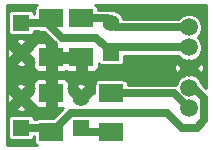
<source format=gtl>
G04 (created by PCBNEW (2013-may-18)-stable) date Sun 08 Sep 2013 10:28:34 AM CDT*
%MOIN*%
G04 Gerber Fmt 3.4, Leading zero omitted, Abs format*
%FSLAX34Y34*%
G01*
G70*
G90*
G04 APERTURE LIST*
%ADD10C,0.00590551*%
%ADD11R,0.055X0.055*%
%ADD12C,0.055*%
%ADD13C,0.0590551*%
%ADD14R,0.08X0.06*%
%ADD15C,0.025*%
%ADD16C,0.01*%
G04 APERTURE END LIST*
G54D10*
G54D11*
X8900Y-11250D03*
G54D12*
X8900Y-10250D03*
G54D11*
X8900Y-7750D03*
G54D12*
X8900Y-8750D03*
G54D13*
X14500Y-10590D03*
X14500Y-9920D03*
X14500Y-9250D03*
X14500Y-8580D03*
X14500Y-7910D03*
G54D14*
X9900Y-7600D03*
X9900Y-8900D03*
X9900Y-11400D03*
X9900Y-10100D03*
X11900Y-10100D03*
X11900Y-11400D03*
X10900Y-8900D03*
X10900Y-7600D03*
G54D11*
X11900Y-8750D03*
G54D12*
X11900Y-7750D03*
G54D11*
X10900Y-11250D03*
G54D12*
X10900Y-10250D03*
G54D15*
X14500Y-7910D02*
X12060Y-7910D01*
X11750Y-7600D02*
X10900Y-7600D01*
X12060Y-7910D02*
X11750Y-7600D01*
X11900Y-10100D02*
X14010Y-10100D01*
X14010Y-10100D02*
X14500Y-10590D01*
X11900Y-11400D02*
X11050Y-11400D01*
X11050Y-11400D02*
X10900Y-11250D01*
X8900Y-7750D02*
X9750Y-7750D01*
X11730Y-8580D02*
X14500Y-8580D01*
X11400Y-8250D02*
X11730Y-8580D01*
X10250Y-8250D02*
X11400Y-8250D01*
X9750Y-7750D02*
X10250Y-8250D01*
X14500Y-9920D02*
X14670Y-9920D01*
X10050Y-11250D02*
X8900Y-11250D01*
X10550Y-10750D02*
X10050Y-11250D01*
X13750Y-10750D02*
X10550Y-10750D01*
X14250Y-11250D02*
X13750Y-10750D01*
X14750Y-11250D02*
X14250Y-11250D01*
X15000Y-11000D02*
X14750Y-11250D01*
X15000Y-10250D02*
X15000Y-11000D01*
X14670Y-9920D02*
X15000Y-10250D01*
G54D10*
G36*
X15080Y-9941D02*
X15004Y-9865D01*
X15004Y-9219D01*
X14977Y-9085D01*
X14908Y-9050D01*
X14708Y-9250D01*
X14908Y-9449D01*
X14977Y-9414D01*
X15004Y-9219D01*
X15004Y-9865D01*
X14927Y-9788D01*
X14877Y-9668D01*
X14752Y-9542D01*
X14588Y-9474D01*
X14515Y-9474D01*
X14500Y-9458D01*
X14484Y-9474D01*
X14411Y-9474D01*
X14291Y-9524D01*
X14291Y-9250D01*
X14091Y-9050D01*
X14022Y-9085D01*
X13995Y-9280D01*
X14022Y-9414D01*
X14091Y-9449D01*
X14291Y-9250D01*
X14291Y-9524D01*
X14248Y-9542D01*
X14122Y-9667D01*
X14054Y-9831D01*
X14054Y-9833D01*
X14010Y-9825D01*
X12450Y-9825D01*
X12450Y-9770D01*
X12427Y-9715D01*
X12385Y-9672D01*
X12329Y-9650D01*
X12270Y-9649D01*
X11470Y-9649D01*
X11415Y-9672D01*
X11372Y-9714D01*
X11350Y-9770D01*
X11349Y-9829D01*
X11349Y-10085D01*
X11288Y-10055D01*
X11094Y-10250D01*
X11108Y-10264D01*
X11094Y-10279D01*
X11094Y-9861D01*
X11061Y-9793D01*
X10874Y-9766D01*
X10750Y-9791D01*
X10750Y-9350D01*
X10750Y-9050D01*
X10450Y-9050D01*
X10350Y-9050D01*
X10050Y-9050D01*
X10050Y-9350D01*
X10100Y-9400D01*
X10260Y-9400D01*
X10339Y-9399D01*
X10400Y-9375D01*
X10460Y-9399D01*
X10539Y-9400D01*
X10700Y-9400D01*
X10750Y-9350D01*
X10750Y-9791D01*
X10738Y-9793D01*
X10705Y-9861D01*
X10900Y-10055D01*
X11094Y-9861D01*
X11094Y-10279D01*
X10914Y-10458D01*
X10900Y-10444D01*
X10885Y-10458D01*
X10691Y-10264D01*
X10705Y-10250D01*
X10511Y-10055D01*
X10500Y-10061D01*
X10500Y-10061D01*
X10500Y-9949D01*
X10450Y-9949D01*
X10500Y-9900D01*
X10500Y-9760D01*
X10469Y-9686D01*
X10413Y-9630D01*
X10339Y-9600D01*
X10260Y-9599D01*
X10100Y-9600D01*
X10050Y-9650D01*
X10050Y-9950D01*
X10057Y-9950D01*
X10057Y-10250D01*
X10050Y-10250D01*
X10050Y-10550D01*
X10100Y-10600D01*
X10260Y-10600D01*
X10311Y-10599D01*
X9961Y-10949D01*
X9750Y-10949D01*
X9750Y-10550D01*
X9750Y-10250D01*
X9742Y-10250D01*
X9742Y-9950D01*
X9750Y-9950D01*
X9750Y-9650D01*
X9750Y-9350D01*
X9750Y-9050D01*
X9742Y-9050D01*
X9742Y-8750D01*
X9750Y-8750D01*
X9750Y-8450D01*
X9700Y-8400D01*
X9539Y-8399D01*
X9460Y-8400D01*
X9386Y-8430D01*
X9330Y-8486D01*
X9299Y-8560D01*
X9299Y-8561D01*
X9288Y-8555D01*
X9094Y-8750D01*
X9288Y-8944D01*
X9300Y-8938D01*
X9300Y-9050D01*
X9349Y-9050D01*
X9300Y-9100D01*
X9299Y-9239D01*
X9330Y-9313D01*
X9386Y-9369D01*
X9460Y-9399D01*
X9539Y-9400D01*
X9700Y-9400D01*
X9750Y-9350D01*
X9750Y-9650D01*
X9700Y-9600D01*
X9539Y-9599D01*
X9460Y-9600D01*
X9386Y-9630D01*
X9330Y-9686D01*
X9299Y-9760D01*
X9300Y-9900D01*
X9349Y-9949D01*
X9300Y-9949D01*
X9300Y-10061D01*
X9288Y-10055D01*
X9094Y-10250D01*
X9288Y-10444D01*
X9299Y-10438D01*
X9299Y-10439D01*
X9330Y-10513D01*
X9386Y-10569D01*
X9460Y-10599D01*
X9539Y-10600D01*
X9700Y-10600D01*
X9750Y-10550D01*
X9750Y-10949D01*
X9470Y-10949D01*
X9415Y-10972D01*
X9412Y-10975D01*
X9325Y-10975D01*
X9325Y-10945D01*
X9302Y-10890D01*
X9260Y-10847D01*
X9204Y-10825D01*
X9145Y-10824D01*
X9094Y-10824D01*
X9094Y-10638D01*
X9094Y-9861D01*
X9094Y-9138D01*
X9094Y-8361D01*
X9061Y-8293D01*
X8874Y-8266D01*
X8738Y-8293D01*
X8705Y-8361D01*
X8900Y-8555D01*
X9094Y-8361D01*
X9094Y-9138D01*
X8900Y-8944D01*
X8705Y-9138D01*
X8738Y-9206D01*
X8925Y-9233D01*
X9061Y-9206D01*
X9094Y-9138D01*
X9094Y-9861D01*
X9061Y-9793D01*
X8874Y-9766D01*
X8738Y-9793D01*
X8705Y-9861D01*
X8900Y-10055D01*
X9094Y-9861D01*
X9094Y-10638D01*
X8900Y-10444D01*
X8705Y-10638D01*
X8738Y-10706D01*
X8925Y-10733D01*
X9061Y-10706D01*
X9094Y-10638D01*
X9094Y-10824D01*
X8595Y-10824D01*
X8540Y-10847D01*
X8497Y-10889D01*
X8475Y-10945D01*
X8474Y-11004D01*
X8474Y-11554D01*
X8497Y-11609D01*
X8539Y-11652D01*
X8595Y-11674D01*
X8654Y-11675D01*
X9204Y-11675D01*
X9259Y-11652D01*
X9302Y-11610D01*
X9324Y-11554D01*
X9325Y-11525D01*
X9349Y-11525D01*
X9349Y-11729D01*
X9372Y-11784D01*
X9414Y-11827D01*
X9422Y-11830D01*
X8419Y-11830D01*
X8419Y-10292D01*
X8443Y-10411D01*
X8511Y-10444D01*
X8705Y-10250D01*
X8511Y-10055D01*
X8443Y-10088D01*
X8419Y-10252D01*
X8419Y-8792D01*
X8443Y-8911D01*
X8511Y-8944D01*
X8705Y-8750D01*
X8511Y-8555D01*
X8443Y-8588D01*
X8419Y-8752D01*
X8419Y-7169D01*
X9422Y-7169D01*
X9415Y-7172D01*
X9372Y-7214D01*
X9350Y-7270D01*
X9349Y-7329D01*
X9349Y-7475D01*
X9325Y-7475D01*
X9325Y-7445D01*
X9302Y-7390D01*
X9260Y-7347D01*
X9204Y-7325D01*
X9145Y-7324D01*
X8595Y-7324D01*
X8540Y-7347D01*
X8497Y-7389D01*
X8475Y-7445D01*
X8474Y-7504D01*
X8474Y-8054D01*
X8497Y-8109D01*
X8539Y-8152D01*
X8595Y-8174D01*
X8654Y-8175D01*
X9204Y-8175D01*
X9259Y-8152D01*
X9302Y-8110D01*
X9324Y-8054D01*
X9325Y-8025D01*
X9412Y-8025D01*
X9414Y-8027D01*
X9470Y-8049D01*
X9529Y-8050D01*
X9661Y-8050D01*
X10055Y-8444D01*
X10050Y-8450D01*
X10050Y-8750D01*
X10350Y-8750D01*
X10450Y-8750D01*
X10750Y-8750D01*
X10750Y-8742D01*
X11050Y-8742D01*
X11050Y-8750D01*
X11057Y-8750D01*
X11057Y-9050D01*
X11050Y-9050D01*
X11050Y-9350D01*
X11100Y-9400D01*
X11260Y-9400D01*
X11339Y-9399D01*
X11413Y-9369D01*
X11469Y-9313D01*
X11500Y-9239D01*
X11500Y-9112D01*
X11539Y-9152D01*
X11595Y-9174D01*
X11654Y-9175D01*
X12204Y-9175D01*
X12259Y-9152D01*
X12302Y-9110D01*
X12324Y-9054D01*
X12325Y-8995D01*
X12325Y-8855D01*
X14145Y-8855D01*
X14247Y-8957D01*
X14411Y-9025D01*
X14484Y-9025D01*
X14500Y-9041D01*
X14515Y-9025D01*
X14588Y-9025D01*
X14751Y-8957D01*
X14877Y-8832D01*
X14945Y-8668D01*
X14945Y-8491D01*
X14877Y-8328D01*
X14794Y-8244D01*
X14877Y-8162D01*
X14945Y-7998D01*
X14945Y-7821D01*
X14877Y-7658D01*
X14752Y-7532D01*
X14588Y-7464D01*
X14411Y-7464D01*
X14248Y-7532D01*
X14145Y-7635D01*
X12312Y-7635D01*
X12260Y-7509D01*
X12141Y-7389D01*
X11984Y-7325D01*
X11815Y-7324D01*
X11794Y-7333D01*
X11750Y-7325D01*
X11450Y-7325D01*
X11450Y-7270D01*
X11427Y-7215D01*
X11385Y-7172D01*
X11377Y-7169D01*
X15080Y-7169D01*
X15080Y-9941D01*
X15080Y-9941D01*
G37*
G54D16*
X15080Y-9941D02*
X15004Y-9865D01*
X15004Y-9219D01*
X14977Y-9085D01*
X14908Y-9050D01*
X14708Y-9250D01*
X14908Y-9449D01*
X14977Y-9414D01*
X15004Y-9219D01*
X15004Y-9865D01*
X14927Y-9788D01*
X14877Y-9668D01*
X14752Y-9542D01*
X14588Y-9474D01*
X14515Y-9474D01*
X14500Y-9458D01*
X14484Y-9474D01*
X14411Y-9474D01*
X14291Y-9524D01*
X14291Y-9250D01*
X14091Y-9050D01*
X14022Y-9085D01*
X13995Y-9280D01*
X14022Y-9414D01*
X14091Y-9449D01*
X14291Y-9250D01*
X14291Y-9524D01*
X14248Y-9542D01*
X14122Y-9667D01*
X14054Y-9831D01*
X14054Y-9833D01*
X14010Y-9825D01*
X12450Y-9825D01*
X12450Y-9770D01*
X12427Y-9715D01*
X12385Y-9672D01*
X12329Y-9650D01*
X12270Y-9649D01*
X11470Y-9649D01*
X11415Y-9672D01*
X11372Y-9714D01*
X11350Y-9770D01*
X11349Y-9829D01*
X11349Y-10085D01*
X11288Y-10055D01*
X11094Y-10250D01*
X11108Y-10264D01*
X11094Y-10279D01*
X11094Y-9861D01*
X11061Y-9793D01*
X10874Y-9766D01*
X10750Y-9791D01*
X10750Y-9350D01*
X10750Y-9050D01*
X10450Y-9050D01*
X10350Y-9050D01*
X10050Y-9050D01*
X10050Y-9350D01*
X10100Y-9400D01*
X10260Y-9400D01*
X10339Y-9399D01*
X10400Y-9375D01*
X10460Y-9399D01*
X10539Y-9400D01*
X10700Y-9400D01*
X10750Y-9350D01*
X10750Y-9791D01*
X10738Y-9793D01*
X10705Y-9861D01*
X10900Y-10055D01*
X11094Y-9861D01*
X11094Y-10279D01*
X10914Y-10458D01*
X10900Y-10444D01*
X10885Y-10458D01*
X10691Y-10264D01*
X10705Y-10250D01*
X10511Y-10055D01*
X10500Y-10061D01*
X10500Y-10061D01*
X10500Y-9949D01*
X10450Y-9949D01*
X10500Y-9900D01*
X10500Y-9760D01*
X10469Y-9686D01*
X10413Y-9630D01*
X10339Y-9600D01*
X10260Y-9599D01*
X10100Y-9600D01*
X10050Y-9650D01*
X10050Y-9950D01*
X10057Y-9950D01*
X10057Y-10250D01*
X10050Y-10250D01*
X10050Y-10550D01*
X10100Y-10600D01*
X10260Y-10600D01*
X10311Y-10599D01*
X9961Y-10949D01*
X9750Y-10949D01*
X9750Y-10550D01*
X9750Y-10250D01*
X9742Y-10250D01*
X9742Y-9950D01*
X9750Y-9950D01*
X9750Y-9650D01*
X9750Y-9350D01*
X9750Y-9050D01*
X9742Y-9050D01*
X9742Y-8750D01*
X9750Y-8750D01*
X9750Y-8450D01*
X9700Y-8400D01*
X9539Y-8399D01*
X9460Y-8400D01*
X9386Y-8430D01*
X9330Y-8486D01*
X9299Y-8560D01*
X9299Y-8561D01*
X9288Y-8555D01*
X9094Y-8750D01*
X9288Y-8944D01*
X9300Y-8938D01*
X9300Y-9050D01*
X9349Y-9050D01*
X9300Y-9100D01*
X9299Y-9239D01*
X9330Y-9313D01*
X9386Y-9369D01*
X9460Y-9399D01*
X9539Y-9400D01*
X9700Y-9400D01*
X9750Y-9350D01*
X9750Y-9650D01*
X9700Y-9600D01*
X9539Y-9599D01*
X9460Y-9600D01*
X9386Y-9630D01*
X9330Y-9686D01*
X9299Y-9760D01*
X9300Y-9900D01*
X9349Y-9949D01*
X9300Y-9949D01*
X9300Y-10061D01*
X9288Y-10055D01*
X9094Y-10250D01*
X9288Y-10444D01*
X9299Y-10438D01*
X9299Y-10439D01*
X9330Y-10513D01*
X9386Y-10569D01*
X9460Y-10599D01*
X9539Y-10600D01*
X9700Y-10600D01*
X9750Y-10550D01*
X9750Y-10949D01*
X9470Y-10949D01*
X9415Y-10972D01*
X9412Y-10975D01*
X9325Y-10975D01*
X9325Y-10945D01*
X9302Y-10890D01*
X9260Y-10847D01*
X9204Y-10825D01*
X9145Y-10824D01*
X9094Y-10824D01*
X9094Y-10638D01*
X9094Y-9861D01*
X9094Y-9138D01*
X9094Y-8361D01*
X9061Y-8293D01*
X8874Y-8266D01*
X8738Y-8293D01*
X8705Y-8361D01*
X8900Y-8555D01*
X9094Y-8361D01*
X9094Y-9138D01*
X8900Y-8944D01*
X8705Y-9138D01*
X8738Y-9206D01*
X8925Y-9233D01*
X9061Y-9206D01*
X9094Y-9138D01*
X9094Y-9861D01*
X9061Y-9793D01*
X8874Y-9766D01*
X8738Y-9793D01*
X8705Y-9861D01*
X8900Y-10055D01*
X9094Y-9861D01*
X9094Y-10638D01*
X8900Y-10444D01*
X8705Y-10638D01*
X8738Y-10706D01*
X8925Y-10733D01*
X9061Y-10706D01*
X9094Y-10638D01*
X9094Y-10824D01*
X8595Y-10824D01*
X8540Y-10847D01*
X8497Y-10889D01*
X8475Y-10945D01*
X8474Y-11004D01*
X8474Y-11554D01*
X8497Y-11609D01*
X8539Y-11652D01*
X8595Y-11674D01*
X8654Y-11675D01*
X9204Y-11675D01*
X9259Y-11652D01*
X9302Y-11610D01*
X9324Y-11554D01*
X9325Y-11525D01*
X9349Y-11525D01*
X9349Y-11729D01*
X9372Y-11784D01*
X9414Y-11827D01*
X9422Y-11830D01*
X8419Y-11830D01*
X8419Y-10292D01*
X8443Y-10411D01*
X8511Y-10444D01*
X8705Y-10250D01*
X8511Y-10055D01*
X8443Y-10088D01*
X8419Y-10252D01*
X8419Y-8792D01*
X8443Y-8911D01*
X8511Y-8944D01*
X8705Y-8750D01*
X8511Y-8555D01*
X8443Y-8588D01*
X8419Y-8752D01*
X8419Y-7169D01*
X9422Y-7169D01*
X9415Y-7172D01*
X9372Y-7214D01*
X9350Y-7270D01*
X9349Y-7329D01*
X9349Y-7475D01*
X9325Y-7475D01*
X9325Y-7445D01*
X9302Y-7390D01*
X9260Y-7347D01*
X9204Y-7325D01*
X9145Y-7324D01*
X8595Y-7324D01*
X8540Y-7347D01*
X8497Y-7389D01*
X8475Y-7445D01*
X8474Y-7504D01*
X8474Y-8054D01*
X8497Y-8109D01*
X8539Y-8152D01*
X8595Y-8174D01*
X8654Y-8175D01*
X9204Y-8175D01*
X9259Y-8152D01*
X9302Y-8110D01*
X9324Y-8054D01*
X9325Y-8025D01*
X9412Y-8025D01*
X9414Y-8027D01*
X9470Y-8049D01*
X9529Y-8050D01*
X9661Y-8050D01*
X10055Y-8444D01*
X10050Y-8450D01*
X10050Y-8750D01*
X10350Y-8750D01*
X10450Y-8750D01*
X10750Y-8750D01*
X10750Y-8742D01*
X11050Y-8742D01*
X11050Y-8750D01*
X11057Y-8750D01*
X11057Y-9050D01*
X11050Y-9050D01*
X11050Y-9350D01*
X11100Y-9400D01*
X11260Y-9400D01*
X11339Y-9399D01*
X11413Y-9369D01*
X11469Y-9313D01*
X11500Y-9239D01*
X11500Y-9112D01*
X11539Y-9152D01*
X11595Y-9174D01*
X11654Y-9175D01*
X12204Y-9175D01*
X12259Y-9152D01*
X12302Y-9110D01*
X12324Y-9054D01*
X12325Y-8995D01*
X12325Y-8855D01*
X14145Y-8855D01*
X14247Y-8957D01*
X14411Y-9025D01*
X14484Y-9025D01*
X14500Y-9041D01*
X14515Y-9025D01*
X14588Y-9025D01*
X14751Y-8957D01*
X14877Y-8832D01*
X14945Y-8668D01*
X14945Y-8491D01*
X14877Y-8328D01*
X14794Y-8244D01*
X14877Y-8162D01*
X14945Y-7998D01*
X14945Y-7821D01*
X14877Y-7658D01*
X14752Y-7532D01*
X14588Y-7464D01*
X14411Y-7464D01*
X14248Y-7532D01*
X14145Y-7635D01*
X12312Y-7635D01*
X12260Y-7509D01*
X12141Y-7389D01*
X11984Y-7325D01*
X11815Y-7324D01*
X11794Y-7333D01*
X11750Y-7325D01*
X11450Y-7325D01*
X11450Y-7270D01*
X11427Y-7215D01*
X11385Y-7172D01*
X11377Y-7169D01*
X15080Y-7169D01*
X15080Y-9941D01*
M02*

</source>
